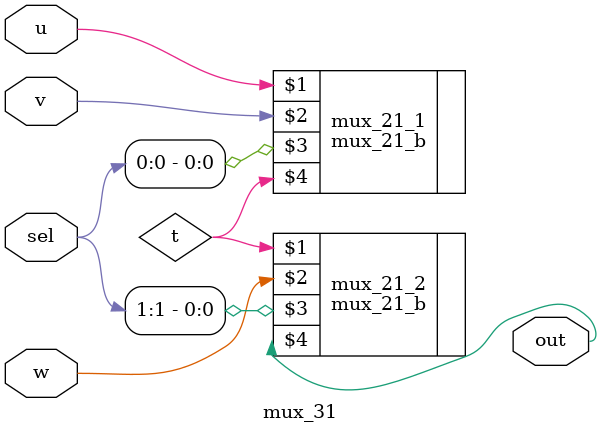
<source format=v>
`timescale 1ns / 1ps


module mux_31(
    input u,
    input v,
    input w,
    input [1:0] sel,
    output out
    );
    
    mux_21_b mux_21_1(u,v,sel[0],t);
    mux_21_b mux_21_2(t,w,sel[1],out);
    
endmodule

</source>
